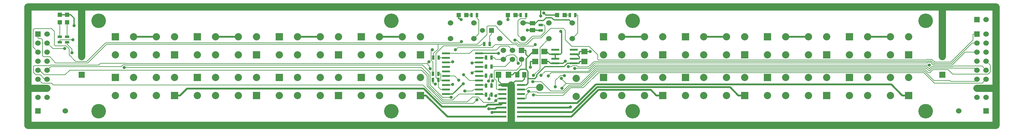
<source format=gtl>
G04 (created by PCBNEW-RS274X (2011-aug-04)-testing) date Mon 22 Aug 2011 04:43:08 PM CEST*
G01*
G70*
G90*
%MOIN*%
G04 Gerber Fmt 3.4, Leading zero omitted, Abs format*
%FSLAX34Y34*%
G04 APERTURE LIST*
%ADD10C,0.010000*%
%ADD11R,0.070000X0.070000*%
%ADD12C,0.070000*%
%ADD13R,0.060000X0.060000*%
%ADD14C,0.060000*%
%ADD15R,0.080000X0.080000*%
%ADD16C,0.080000*%
%ADD17R,0.055000X0.055000*%
%ADD18C,0.055000*%
%ADD19R,0.051100X0.059000*%
%ADD20R,0.059000X0.051100*%
%ADD21R,0.070800X0.062900*%
%ADD22R,0.062900X0.070800*%
%ADD23R,0.086600X0.023600*%
%ADD24C,0.160000*%
%ADD25R,0.045000X0.025000*%
%ADD26R,0.025000X0.045000*%
%ADD27R,0.047200X0.047200*%
%ADD28C,0.035000*%
%ADD29C,0.006000*%
%ADD30C,0.020000*%
%ADD31C,0.012000*%
%ADD32C,0.080000*%
%ADD33C,0.040000*%
G04 APERTURE END LIST*
G54D10*
G54D11*
X129300Y-57700D03*
G54D12*
X129300Y-55700D03*
G54D11*
X34800Y-57700D03*
G54D12*
X34800Y-55700D03*
G54D13*
X30000Y-53200D03*
G54D14*
X31000Y-53200D03*
X30000Y-54200D03*
X31000Y-54200D03*
X30000Y-55200D03*
X31000Y-55200D03*
X30000Y-56200D03*
X31000Y-56200D03*
X30000Y-57200D03*
X31000Y-57200D03*
X30000Y-58200D03*
X31000Y-58200D03*
X30000Y-59200D03*
X31000Y-59200D03*
X30000Y-60200D03*
X31000Y-60200D03*
G54D13*
X133100Y-53200D03*
G54D14*
X134100Y-53200D03*
X133100Y-54200D03*
X134100Y-54200D03*
X133100Y-55200D03*
X134100Y-55200D03*
X133100Y-56200D03*
X134100Y-56200D03*
X133100Y-57200D03*
X134100Y-57200D03*
X133100Y-58200D03*
X134100Y-58200D03*
X133100Y-59200D03*
X134100Y-59200D03*
X133100Y-60200D03*
X134100Y-60200D03*
G54D15*
X56500Y-58000D03*
G54D16*
X56500Y-60000D03*
X58500Y-60000D03*
X58500Y-58000D03*
G54D15*
X56500Y-53500D03*
G54D16*
X56500Y-55500D03*
X58500Y-55500D03*
X58500Y-53500D03*
G54D15*
X38500Y-53500D03*
G54D16*
X38500Y-55500D03*
X40500Y-55500D03*
X40500Y-53500D03*
G54D15*
X38500Y-58000D03*
G54D16*
X38500Y-60000D03*
X40500Y-60000D03*
X40500Y-58000D03*
G54D15*
X45000Y-55500D03*
G54D16*
X45000Y-53500D03*
X43000Y-53500D03*
X43000Y-55500D03*
G54D15*
X45000Y-60000D03*
G54D16*
X45000Y-58000D03*
X43000Y-58000D03*
X43000Y-60000D03*
G54D13*
X83100Y-55000D03*
G54D14*
X83100Y-56000D03*
X82100Y-55000D03*
X82100Y-56000D03*
X81100Y-55000D03*
X81100Y-56000D03*
X86100Y-51975D03*
X88650Y-51975D03*
X86100Y-53725D03*
X88650Y-53725D03*
X80700Y-51975D03*
X83250Y-51975D03*
X80700Y-53725D03*
X83250Y-53725D03*
X75300Y-51975D03*
X77850Y-51975D03*
X75300Y-53725D03*
X77850Y-53725D03*
G54D17*
X79800Y-52800D03*
G54D18*
X78800Y-52800D03*
G54D19*
X82626Y-57700D03*
X83374Y-57700D03*
G54D20*
X84300Y-52774D03*
X84300Y-52026D03*
G54D21*
X90000Y-56251D03*
X90000Y-55149D03*
X85600Y-56251D03*
X85600Y-55149D03*
G54D22*
X81651Y-57700D03*
X80549Y-57700D03*
G54D21*
X84600Y-55149D03*
X84600Y-56251D03*
G54D16*
X89100Y-60100D03*
X85100Y-59100D03*
X89100Y-58100D03*
G54D23*
X80977Y-58850D03*
X80977Y-59350D03*
X80977Y-59850D03*
X80977Y-60350D03*
X80977Y-60850D03*
X80977Y-61350D03*
X80977Y-61850D03*
X80977Y-62350D03*
X83023Y-62350D03*
X83023Y-61850D03*
X83023Y-61350D03*
X83023Y-60850D03*
X83023Y-60350D03*
X83023Y-59850D03*
X83023Y-59350D03*
X83023Y-58850D03*
G54D24*
X36650Y-51750D03*
G54D23*
X88823Y-56450D03*
X88823Y-55950D03*
X88823Y-55450D03*
X88823Y-54950D03*
X86777Y-54950D03*
X86777Y-55450D03*
X86777Y-55950D03*
X86777Y-56450D03*
G54D24*
X127450Y-61750D03*
X127450Y-51750D03*
X95300Y-61750D03*
X95300Y-51750D03*
X68800Y-61750D03*
X68800Y-51750D03*
X36650Y-61750D03*
G54D23*
X74789Y-55350D03*
X74789Y-55850D03*
X74789Y-56350D03*
X74789Y-56850D03*
X74789Y-57350D03*
X74789Y-57850D03*
X74789Y-58350D03*
X74789Y-58850D03*
X74789Y-59350D03*
X74789Y-59850D03*
X78411Y-59850D03*
X78411Y-59350D03*
X78411Y-58850D03*
X78411Y-58350D03*
X78411Y-57850D03*
X78411Y-57350D03*
X78411Y-56850D03*
X78411Y-56350D03*
X78411Y-55850D03*
X78411Y-55350D03*
G54D15*
X47500Y-58000D03*
G54D16*
X47500Y-60000D03*
X49500Y-60000D03*
X49500Y-58000D03*
G54D15*
X47500Y-53500D03*
G54D16*
X47500Y-55500D03*
X49500Y-55500D03*
X49500Y-53500D03*
G54D15*
X54000Y-55500D03*
G54D16*
X54000Y-53500D03*
X52000Y-53500D03*
X52000Y-55500D03*
G54D15*
X54000Y-60000D03*
G54D16*
X54000Y-58000D03*
X52000Y-58000D03*
X52000Y-60000D03*
G54D15*
X63000Y-55500D03*
G54D16*
X63000Y-53500D03*
X61000Y-53500D03*
X61000Y-55500D03*
G54D15*
X63000Y-60000D03*
G54D16*
X63000Y-58000D03*
X61000Y-58000D03*
X61000Y-60000D03*
G54D15*
X65500Y-58000D03*
G54D16*
X65500Y-60000D03*
X67500Y-60000D03*
X67500Y-58000D03*
G54D15*
X65500Y-53500D03*
G54D16*
X65500Y-55500D03*
X67500Y-55500D03*
X67500Y-53500D03*
G54D15*
X72000Y-55500D03*
G54D16*
X72000Y-53500D03*
X70000Y-53500D03*
X70000Y-55500D03*
G54D15*
X72000Y-60000D03*
G54D16*
X72000Y-58000D03*
X70000Y-58000D03*
X70000Y-60000D03*
G54D15*
X92100Y-58000D03*
G54D16*
X92100Y-60000D03*
X94100Y-60000D03*
X94100Y-58000D03*
G54D15*
X92100Y-53500D03*
G54D16*
X92100Y-55500D03*
X94100Y-55500D03*
X94100Y-53500D03*
G54D15*
X98600Y-55500D03*
G54D16*
X98600Y-53500D03*
X96600Y-53500D03*
X96600Y-55500D03*
G54D15*
X98600Y-60000D03*
G54D16*
X98600Y-58000D03*
X96600Y-58000D03*
X96600Y-60000D03*
G54D15*
X101100Y-58000D03*
G54D16*
X101100Y-60000D03*
X103100Y-60000D03*
X103100Y-58000D03*
G54D15*
X101100Y-53500D03*
G54D16*
X101100Y-55500D03*
X103100Y-55500D03*
X103100Y-53500D03*
G54D15*
X107600Y-55500D03*
G54D16*
X107600Y-53500D03*
X105600Y-53500D03*
X105600Y-55500D03*
G54D15*
X107600Y-60000D03*
G54D16*
X107600Y-58000D03*
X105600Y-58000D03*
X105600Y-60000D03*
G54D15*
X110100Y-58000D03*
G54D16*
X110100Y-60000D03*
X112100Y-60000D03*
X112100Y-58000D03*
G54D15*
X110100Y-53500D03*
G54D16*
X110100Y-55500D03*
X112100Y-55500D03*
X112100Y-53500D03*
G54D15*
X116600Y-55500D03*
G54D16*
X116600Y-53500D03*
X114600Y-53500D03*
X114600Y-55500D03*
G54D15*
X116600Y-60000D03*
G54D16*
X116600Y-58000D03*
X114600Y-58000D03*
X114600Y-60000D03*
G54D15*
X119100Y-58000D03*
G54D16*
X119100Y-60000D03*
X121100Y-60000D03*
X121100Y-58000D03*
G54D15*
X119100Y-53500D03*
G54D16*
X119100Y-55500D03*
X121100Y-55500D03*
X121100Y-53500D03*
G54D15*
X125600Y-55500D03*
G54D16*
X125600Y-53500D03*
X123600Y-53500D03*
X123600Y-55500D03*
G54D15*
X125600Y-60000D03*
G54D16*
X125600Y-58000D03*
X123600Y-58000D03*
X123600Y-60000D03*
G54D13*
X134100Y-61700D03*
G54D14*
X131100Y-61700D03*
G54D13*
X30000Y-61700D03*
G54D14*
X33000Y-61700D03*
G54D25*
X85200Y-52800D03*
X85200Y-52200D03*
G54D26*
X73400Y-55800D03*
X74000Y-55800D03*
X73349Y-57601D03*
X73949Y-57601D03*
X73341Y-58278D03*
X73941Y-58278D03*
X79800Y-59900D03*
X79200Y-59900D03*
X79800Y-58900D03*
X79200Y-58900D03*
X79800Y-57800D03*
X79200Y-57800D03*
X79800Y-56800D03*
X79200Y-56800D03*
X79800Y-55800D03*
X79200Y-55800D03*
X79000Y-54300D03*
X79600Y-54300D03*
G54D13*
X133100Y-51600D03*
G54D14*
X134100Y-51600D03*
G54D25*
X32400Y-54100D03*
X32400Y-53500D03*
X33200Y-54100D03*
X33200Y-53500D03*
G54D26*
X78200Y-51100D03*
X77600Y-51100D03*
X83600Y-51100D03*
X83000Y-51100D03*
X89000Y-51100D03*
X88400Y-51100D03*
G54D27*
X32400Y-51913D03*
X32400Y-51087D03*
X33200Y-51913D03*
X33200Y-51087D03*
X76187Y-51100D03*
X77013Y-51100D03*
X81587Y-51100D03*
X82413Y-51100D03*
X86987Y-51100D03*
X87813Y-51100D03*
G54D28*
X86800Y-59054D03*
X87778Y-57806D03*
X82710Y-56443D03*
X80261Y-60053D03*
X76500Y-54040D03*
X88930Y-57026D03*
X78195Y-60484D03*
X83871Y-59550D03*
X79472Y-58419D03*
X80263Y-60593D03*
X87514Y-59217D03*
X87460Y-58131D03*
X88238Y-56828D03*
X79486Y-61479D03*
X79844Y-61893D03*
X88467Y-61288D03*
X84308Y-58473D03*
X86011Y-57845D03*
X75367Y-60218D03*
X79926Y-58395D03*
X82360Y-53882D03*
X84401Y-59948D03*
X73054Y-57063D03*
X72910Y-56283D03*
X76716Y-57720D03*
X33814Y-53842D03*
X73286Y-54950D03*
X84404Y-57796D03*
X85237Y-57781D03*
X127863Y-56637D03*
X32910Y-54810D03*
X73628Y-58740D03*
X75838Y-54954D03*
X84574Y-54388D03*
X79528Y-60384D03*
X39452Y-56913D03*
X33734Y-55281D03*
X87900Y-56200D03*
X76683Y-58700D03*
X33954Y-52293D03*
X90632Y-55149D03*
X84043Y-56867D03*
X85200Y-51200D03*
X87400Y-52900D03*
X75506Y-56288D03*
X76845Y-59504D03*
X77670Y-57504D03*
X77654Y-56420D03*
X75529Y-58773D03*
X76198Y-58305D03*
X80550Y-55350D03*
X76457Y-51622D03*
X81587Y-51623D03*
X83726Y-52774D03*
X85538Y-50884D03*
G54D29*
X82710Y-56443D02*
X82710Y-56310D01*
X86800Y-59054D02*
X86801Y-59054D01*
X86801Y-58355D02*
X86801Y-59054D01*
X87350Y-57806D02*
X86801Y-58355D01*
X87778Y-57806D02*
X87350Y-57806D01*
X82600Y-56200D02*
X82600Y-55798D01*
X82710Y-56310D02*
X82600Y-56200D01*
X81534Y-55566D02*
X81734Y-55566D01*
X81734Y-55566D02*
X81800Y-55500D01*
X81800Y-55500D02*
X82302Y-55500D01*
X82302Y-55500D02*
X82368Y-55566D01*
X82368Y-55566D02*
X82600Y-55798D01*
X81100Y-56000D02*
X81534Y-55566D01*
X80261Y-60000D02*
X80261Y-60053D01*
X80411Y-59850D02*
X80261Y-60000D01*
X80977Y-59850D02*
X80411Y-59850D01*
X79800Y-55800D02*
X80058Y-55800D01*
X80258Y-56000D02*
X81100Y-56000D01*
X80058Y-55800D02*
X80258Y-56000D01*
G54D30*
X43000Y-53500D02*
X40500Y-53500D01*
X52000Y-53500D02*
X49500Y-53500D01*
X61000Y-53500D02*
X58500Y-53500D01*
X70000Y-53500D02*
X67500Y-53500D01*
X96600Y-53500D02*
X94100Y-53500D01*
X105600Y-53500D02*
X103100Y-53500D01*
X114600Y-53500D02*
X112100Y-53500D01*
X123600Y-53500D02*
X121100Y-53500D01*
G54D29*
X31800Y-54110D02*
X31800Y-54400D01*
X29442Y-52758D02*
X29600Y-52600D01*
X29600Y-52600D02*
X31500Y-52600D01*
X31500Y-52600D02*
X31800Y-52900D01*
X31800Y-52900D02*
X31800Y-54110D01*
X76356Y-54184D02*
X76500Y-54040D01*
X37432Y-54184D02*
X76356Y-54184D01*
X35363Y-56253D02*
X37432Y-54184D01*
X34130Y-56253D02*
X35363Y-56253D01*
X33406Y-55529D02*
X34130Y-56253D01*
X33406Y-54871D02*
X33406Y-55529D01*
X29442Y-52758D02*
X29442Y-52900D01*
X33406Y-54856D02*
X33406Y-54871D01*
X33050Y-54500D02*
X33406Y-54856D01*
X31900Y-54500D02*
X33050Y-54500D01*
X31800Y-54400D02*
X31900Y-54500D01*
X131797Y-55200D02*
X133100Y-55200D01*
X130349Y-56648D02*
X131797Y-55200D01*
X128310Y-56648D02*
X130349Y-56648D01*
X127991Y-56329D02*
X128310Y-56648D01*
X127736Y-56329D02*
X127991Y-56329D01*
X127655Y-56410D02*
X127736Y-56329D01*
X91131Y-56410D02*
X127655Y-56410D01*
X90515Y-57026D02*
X91131Y-56410D01*
X88930Y-57026D02*
X90515Y-57026D01*
X29442Y-54642D02*
X29442Y-52900D01*
X30000Y-55200D02*
X29442Y-54642D01*
X29442Y-52900D02*
X29442Y-52894D01*
X80977Y-59350D02*
X80411Y-59350D01*
X83100Y-56629D02*
X83100Y-56000D01*
X82523Y-57206D02*
X83100Y-56629D01*
X80175Y-57206D02*
X82523Y-57206D01*
X80100Y-57281D02*
X80175Y-57206D01*
X80100Y-58132D02*
X80100Y-57281D01*
X80315Y-58347D02*
X80100Y-58132D01*
X80315Y-59254D02*
X80315Y-58347D01*
X80411Y-59350D02*
X80315Y-59254D01*
X30441Y-58641D02*
X31491Y-58641D01*
X30000Y-58200D02*
X30441Y-58641D01*
X72259Y-58841D02*
X74309Y-60891D01*
X74309Y-60891D02*
X77788Y-60891D01*
X77788Y-60891D02*
X78195Y-60484D01*
X31691Y-58841D02*
X72259Y-58841D01*
X31491Y-58641D02*
X31691Y-58841D01*
X132859Y-58441D02*
X133100Y-58200D01*
X130257Y-58441D02*
X132859Y-58441D01*
X130257Y-58442D02*
X130257Y-58441D01*
X130235Y-58464D02*
X130257Y-58442D01*
X130207Y-58464D02*
X130235Y-58464D01*
X130162Y-58419D02*
X130207Y-58464D01*
X130162Y-58372D02*
X130162Y-58419D01*
X130161Y-58372D02*
X130162Y-58372D01*
X130139Y-58350D02*
X130161Y-58372D01*
X130139Y-58349D02*
X130139Y-58350D01*
X128359Y-58349D02*
X130139Y-58349D01*
X127313Y-57303D02*
X128359Y-58349D01*
X91388Y-57303D02*
X127313Y-57303D01*
X89690Y-59001D02*
X91388Y-57303D01*
X88396Y-59001D02*
X89690Y-59001D01*
X87686Y-59711D02*
X88396Y-59001D01*
X84860Y-59711D02*
X87686Y-59711D01*
X84778Y-59629D02*
X84860Y-59711D01*
X83931Y-59629D02*
X84778Y-59629D01*
X83589Y-59971D02*
X83589Y-60350D01*
X83931Y-59629D02*
X83589Y-59971D01*
X83931Y-59610D02*
X83931Y-59629D01*
X83871Y-59550D02*
X83931Y-59610D01*
X83023Y-60350D02*
X83589Y-60350D01*
X79542Y-58349D02*
X79472Y-58419D01*
X79542Y-57800D02*
X79542Y-58349D01*
X79800Y-57800D02*
X79542Y-57800D01*
X30000Y-57200D02*
X30150Y-57200D01*
X30150Y-57200D02*
X30650Y-57700D01*
X72608Y-57708D02*
X72150Y-57250D01*
X72150Y-57250D02*
X72083Y-57250D01*
X72083Y-57250D02*
X72057Y-57224D01*
X72716Y-58984D02*
X72716Y-57816D01*
X80069Y-60787D02*
X80263Y-60593D01*
X80069Y-60787D02*
X78934Y-60787D01*
X78934Y-60787D02*
X78323Y-60176D01*
X78323Y-60176D02*
X77686Y-60176D01*
X77686Y-60176D02*
X77135Y-60727D01*
X77135Y-60727D02*
X74459Y-60727D01*
X74459Y-60727D02*
X72716Y-58984D01*
X72057Y-57224D02*
X39328Y-57224D01*
X39328Y-57224D02*
X39319Y-57215D01*
X39319Y-57215D02*
X33490Y-57215D01*
X33490Y-57215D02*
X32941Y-57700D01*
X32941Y-57700D02*
X30650Y-57700D01*
X72716Y-57816D02*
X72608Y-57708D01*
X132874Y-56974D02*
X133100Y-57200D01*
X128194Y-56974D02*
X132874Y-56974D01*
X127873Y-57295D02*
X128194Y-56974D01*
X127851Y-57295D02*
X127873Y-57295D01*
X127532Y-56976D02*
X127851Y-57295D01*
X91255Y-56976D02*
X127532Y-56976D01*
X89565Y-58666D02*
X91255Y-56976D01*
X87983Y-58666D02*
X89565Y-58666D01*
X87460Y-58143D02*
X87460Y-58131D01*
X87983Y-58666D02*
X87460Y-58143D01*
X87514Y-59135D02*
X87514Y-59217D01*
X87983Y-58666D02*
X87514Y-59135D01*
X80411Y-60445D02*
X80263Y-60593D01*
X80411Y-60350D02*
X80411Y-60445D01*
X80977Y-60350D02*
X80411Y-60350D01*
X90594Y-56717D02*
X90533Y-56717D01*
X90594Y-56717D02*
X91064Y-56247D01*
X91064Y-56247D02*
X127588Y-56247D01*
X127588Y-56247D02*
X127669Y-56166D01*
X127669Y-56166D02*
X128058Y-56166D01*
X128058Y-56166D02*
X128377Y-56485D01*
X128377Y-56485D02*
X130282Y-56485D01*
X130282Y-56485D02*
X132567Y-54200D01*
X132567Y-54200D02*
X133100Y-54200D01*
X88572Y-56828D02*
X88238Y-56828D01*
X88700Y-56700D02*
X88572Y-56828D01*
X89150Y-56700D02*
X88700Y-56700D01*
X89300Y-56850D02*
X89150Y-56700D01*
X90400Y-56850D02*
X89300Y-56850D01*
X90533Y-56717D02*
X90400Y-56850D01*
X81300Y-56800D02*
X80058Y-56800D01*
X82100Y-56000D02*
X81300Y-56800D01*
X79800Y-56800D02*
X80058Y-56800D01*
G54D30*
X80807Y-61020D02*
X80977Y-60850D01*
X79399Y-61020D02*
X80807Y-61020D01*
X79165Y-61254D02*
X79399Y-61020D01*
X74341Y-61254D02*
X79165Y-61254D01*
X72339Y-59252D02*
X74341Y-61254D01*
X46351Y-59252D02*
X72339Y-59252D01*
X45603Y-60000D02*
X46351Y-59252D01*
X45000Y-60000D02*
X45603Y-60000D01*
X80212Y-61479D02*
X79486Y-61479D01*
X80341Y-61350D02*
X80212Y-61479D01*
X80977Y-61350D02*
X80341Y-61350D01*
X79887Y-61850D02*
X79844Y-61893D01*
X80977Y-61850D02*
X79887Y-61850D01*
X72000Y-60000D02*
X72603Y-60000D01*
X74953Y-62350D02*
X72603Y-60000D01*
X80977Y-62350D02*
X74953Y-62350D01*
X97294Y-59397D02*
X97897Y-60000D01*
X91512Y-59397D02*
X97294Y-59397D01*
X88559Y-62350D02*
X91512Y-59397D01*
X83659Y-62350D02*
X88559Y-62350D01*
X98600Y-60000D02*
X97897Y-60000D01*
X83023Y-62350D02*
X83659Y-62350D01*
X105991Y-59094D02*
X106897Y-60000D01*
X91387Y-59094D02*
X105991Y-59094D01*
X88631Y-61850D02*
X91387Y-59094D01*
X83659Y-61850D02*
X88631Y-61850D01*
X107600Y-60000D02*
X106897Y-60000D01*
X83023Y-61850D02*
X83659Y-61850D01*
X88405Y-61350D02*
X88467Y-61288D01*
X83023Y-61350D02*
X88405Y-61350D01*
X123688Y-58791D02*
X124897Y-60000D01*
X91262Y-58791D02*
X123688Y-58791D01*
X89203Y-60850D02*
X91262Y-58791D01*
X83659Y-60850D02*
X89203Y-60850D01*
X125600Y-60000D02*
X124897Y-60000D01*
X83023Y-60850D02*
X83659Y-60850D01*
G54D29*
X85243Y-58473D02*
X84308Y-58473D01*
X86295Y-59525D02*
X85243Y-58473D01*
X87642Y-59525D02*
X86295Y-59525D01*
X88329Y-58838D02*
X87642Y-59525D01*
X89623Y-58838D02*
X88329Y-58838D01*
X91322Y-57139D02*
X89623Y-58838D01*
X127380Y-57139D02*
X91322Y-57139D01*
X127710Y-57469D02*
X127380Y-57139D01*
X127929Y-57469D02*
X127710Y-57469D01*
X128261Y-57137D02*
X127929Y-57469D01*
X129924Y-57137D02*
X128261Y-57137D01*
X130422Y-57635D02*
X129924Y-57137D01*
X134333Y-57635D02*
X130422Y-57635D01*
X134546Y-57422D02*
X134333Y-57635D01*
X134546Y-56646D02*
X134546Y-57422D01*
X134100Y-56200D02*
X134546Y-56646D01*
X133639Y-56739D02*
X134100Y-57200D01*
X130488Y-56739D02*
X133639Y-56739D01*
X130416Y-56811D02*
X130488Y-56739D01*
X128127Y-56811D02*
X130416Y-56811D01*
X127874Y-57064D02*
X128127Y-56811D01*
X127852Y-57064D02*
X127874Y-57064D01*
X127601Y-56813D02*
X127852Y-57064D01*
X91188Y-56813D02*
X127601Y-56813D01*
X90504Y-57497D02*
X91188Y-56813D01*
X86359Y-57497D02*
X90504Y-57497D01*
X86011Y-57845D02*
X86359Y-57497D01*
X31398Y-56802D02*
X31000Y-57200D01*
X39128Y-56802D02*
X31398Y-56802D01*
X39325Y-56605D02*
X39128Y-56802D01*
X39580Y-56605D02*
X39325Y-56605D01*
X39631Y-56656D02*
X39580Y-56605D01*
X72210Y-56656D02*
X39631Y-56656D01*
X73047Y-57493D02*
X72210Y-56656D01*
X73047Y-58846D02*
X73047Y-57493D01*
X74419Y-60218D02*
X73047Y-58846D01*
X75367Y-60218D02*
X74419Y-60218D01*
X79800Y-58521D02*
X79926Y-58395D01*
X79800Y-58900D02*
X79800Y-58521D01*
X85200Y-52200D02*
X85542Y-52200D01*
X85646Y-52996D02*
X85646Y-52304D01*
X85646Y-52304D02*
X85542Y-52200D01*
X82543Y-53882D02*
X82360Y-53882D01*
X82885Y-54224D02*
X82543Y-53882D01*
X83520Y-54224D02*
X82885Y-54224D01*
X84280Y-53464D02*
X83520Y-54224D01*
X85178Y-53464D02*
X84280Y-53464D01*
X85558Y-53084D02*
X85178Y-53464D01*
X85558Y-53084D02*
X85646Y-52996D01*
X77395Y-55350D02*
X75355Y-55350D01*
X77761Y-54984D02*
X77395Y-55350D01*
X80323Y-54984D02*
X77761Y-54984D01*
X80755Y-54552D02*
X80323Y-54984D01*
X81652Y-54552D02*
X80755Y-54552D01*
X82100Y-55000D02*
X81652Y-54552D01*
X74789Y-55350D02*
X75355Y-55350D01*
X88632Y-54569D02*
X90496Y-54569D01*
X86286Y-52586D02*
X87686Y-52586D01*
X87900Y-52800D02*
X87900Y-53837D01*
X87686Y-52586D02*
X87900Y-52800D01*
X79285Y-53284D02*
X79285Y-52365D01*
X80463Y-52513D02*
X80463Y-52588D01*
X132667Y-53870D02*
X132667Y-53200D01*
X132667Y-53200D02*
X133100Y-53200D01*
X87900Y-53837D02*
X88632Y-54569D01*
X90621Y-54694D02*
X91457Y-55530D01*
X91457Y-55530D02*
X91457Y-56017D01*
X91457Y-56017D02*
X91524Y-56084D01*
X91524Y-56084D02*
X127521Y-56084D01*
X127521Y-56084D02*
X127602Y-56003D01*
X127602Y-56003D02*
X128125Y-56003D01*
X128125Y-56003D02*
X128444Y-56322D01*
X128444Y-56322D02*
X130215Y-56322D01*
X130215Y-56322D02*
X132667Y-53870D01*
X84395Y-53662D02*
X85210Y-53662D01*
X83670Y-54387D02*
X84395Y-53662D01*
X82737Y-54387D02*
X83670Y-54387D01*
X82574Y-54224D02*
X82737Y-54387D01*
X82099Y-54224D02*
X82574Y-54224D01*
X80463Y-52588D02*
X82099Y-54224D01*
X80250Y-52300D02*
X80463Y-52513D01*
X79350Y-52300D02*
X80250Y-52300D01*
X79285Y-52365D02*
X79350Y-52300D01*
X85210Y-53662D02*
X86286Y-52586D01*
X90496Y-54569D02*
X90621Y-54694D01*
X30066Y-53716D02*
X30366Y-53716D01*
X30000Y-53650D02*
X30066Y-53716D01*
X30600Y-55700D02*
X30500Y-55600D01*
X30000Y-53200D02*
X30000Y-53633D01*
X30600Y-55700D02*
X31300Y-55700D01*
X31300Y-55700D02*
X31918Y-56416D01*
X31918Y-56416D02*
X35444Y-56416D01*
X35444Y-56416D02*
X37512Y-54348D01*
X37512Y-54348D02*
X73907Y-54348D01*
X30000Y-53633D02*
X30000Y-53650D01*
X30500Y-53850D02*
X30500Y-55600D01*
X30366Y-53716D02*
X30500Y-53850D01*
X78221Y-54348D02*
X79285Y-53284D01*
X73907Y-54348D02*
X78221Y-54348D01*
X79285Y-53284D02*
X79285Y-53284D01*
X73400Y-55373D02*
X73400Y-55800D01*
X73907Y-54866D02*
X73400Y-55373D01*
X73907Y-54348D02*
X73907Y-54866D01*
X29483Y-57433D02*
X29483Y-56767D01*
X72706Y-56487D02*
X72705Y-56487D01*
X72705Y-56487D02*
X39692Y-56487D01*
X39692Y-56487D02*
X39647Y-56442D01*
X39647Y-56442D02*
X36867Y-56442D01*
X36867Y-56442D02*
X36670Y-56639D01*
X36670Y-56639D02*
X31450Y-56639D01*
X29483Y-57433D02*
X29750Y-57700D01*
X29750Y-57700D02*
X30250Y-57700D01*
X30250Y-57700D02*
X30731Y-58200D01*
X30731Y-58200D02*
X31000Y-58200D01*
X31311Y-56639D02*
X31450Y-56639D01*
X31240Y-56710D02*
X31311Y-56639D01*
X29540Y-56710D02*
X31240Y-56710D01*
X29483Y-56767D02*
X29540Y-56710D01*
X84661Y-59948D02*
X84401Y-59948D01*
X84736Y-60023D02*
X84661Y-59948D01*
X72952Y-56961D02*
X73054Y-57063D01*
X72952Y-56734D02*
X72952Y-56961D01*
X72706Y-56487D02*
X72952Y-56734D01*
X72706Y-56487D02*
X72910Y-56283D01*
X87637Y-60023D02*
X84736Y-60023D01*
X88496Y-59164D02*
X87637Y-60023D01*
X89849Y-59164D02*
X88496Y-59164D01*
X91546Y-57467D02*
X89849Y-59164D01*
X127240Y-57467D02*
X91546Y-57467D01*
X128406Y-58633D02*
X127240Y-57467D01*
X133667Y-58633D02*
X128406Y-58633D01*
X134100Y-58200D02*
X133667Y-58633D01*
X77346Y-58350D02*
X78411Y-58350D01*
X76716Y-57720D02*
X77346Y-58350D01*
X32400Y-53842D02*
X33814Y-53842D01*
X32400Y-54100D02*
X32400Y-53842D01*
X73140Y-55096D02*
X73286Y-54950D01*
X73140Y-56078D02*
X73140Y-55096D01*
X73362Y-56300D02*
X73140Y-56078D01*
X73362Y-57230D02*
X73362Y-56300D01*
X73349Y-57243D02*
X73362Y-57230D01*
X73349Y-57601D02*
X73349Y-57243D01*
X85113Y-57087D02*
X84404Y-57796D01*
X85113Y-54712D02*
X85113Y-57087D01*
X86100Y-53725D02*
X85113Y-54712D01*
X85237Y-57781D02*
X85684Y-57334D01*
X85684Y-57334D02*
X90437Y-57334D01*
X90437Y-57334D02*
X91134Y-56637D01*
X91134Y-56637D02*
X127863Y-56637D01*
X31610Y-54810D02*
X32910Y-54810D01*
X31000Y-54200D02*
X31610Y-54810D01*
X73341Y-58278D02*
X73341Y-58636D01*
X73524Y-58636D02*
X73628Y-58740D01*
X73341Y-58636D02*
X73524Y-58636D01*
X79000Y-54300D02*
X78742Y-54300D01*
X73690Y-58027D02*
X73941Y-58278D01*
X73690Y-55345D02*
X73690Y-58027D01*
X74523Y-54512D02*
X73690Y-55345D01*
X78530Y-54512D02*
X74523Y-54512D01*
X78742Y-54300D02*
X78530Y-54512D01*
X74789Y-59350D02*
X74223Y-59350D01*
X73941Y-59068D02*
X73941Y-58278D01*
X74223Y-59350D02*
X73941Y-59068D01*
X84412Y-54550D02*
X84574Y-54388D01*
X82670Y-54550D02*
X84412Y-54550D01*
X82508Y-54388D02*
X82670Y-54550D01*
X80181Y-54388D02*
X82508Y-54388D01*
X79864Y-54705D02*
X80181Y-54388D01*
X76087Y-54705D02*
X79864Y-54705D01*
X75838Y-54954D02*
X76087Y-54705D01*
X79542Y-60370D02*
X79528Y-60384D01*
X79542Y-59900D02*
X79542Y-60370D01*
X79800Y-59900D02*
X79542Y-59900D01*
X72900Y-58936D02*
X72898Y-58936D01*
X72090Y-56913D02*
X39452Y-56913D01*
X72705Y-57528D02*
X72090Y-56913D01*
X74495Y-60531D02*
X72900Y-58936D01*
X75533Y-60531D02*
X74495Y-60531D01*
X76214Y-59850D02*
X75533Y-60531D01*
X78411Y-59850D02*
X76214Y-59850D01*
X72885Y-57708D02*
X72705Y-57528D01*
X72885Y-58923D02*
X72885Y-57708D01*
X72898Y-58936D02*
X72885Y-58923D01*
X33200Y-54358D02*
X33734Y-54892D01*
X33734Y-54892D02*
X33734Y-55281D01*
X33200Y-54100D02*
X33200Y-54358D01*
X78461Y-59900D02*
X78411Y-59850D01*
X79200Y-59900D02*
X78942Y-59900D01*
X78942Y-59900D02*
X78461Y-59900D01*
G54D31*
X86250Y-56450D02*
X86777Y-56450D01*
X86051Y-56251D02*
X86250Y-56450D01*
X85600Y-56251D02*
X86051Y-56251D01*
X87650Y-56450D02*
X87900Y-56200D01*
X86777Y-56450D02*
X87650Y-56450D01*
X84300Y-52026D02*
X84624Y-52026D01*
X88325Y-51650D02*
X88650Y-51975D01*
X85473Y-51727D02*
X85800Y-51400D01*
X85800Y-51400D02*
X86400Y-51400D01*
X86400Y-51400D02*
X86650Y-51650D01*
X86650Y-51650D02*
X88325Y-51650D01*
X84923Y-51727D02*
X85473Y-51727D01*
X84624Y-52026D02*
X84923Y-51727D01*
X75533Y-59850D02*
X74789Y-59850D01*
X76683Y-58700D02*
X75533Y-59850D01*
X33954Y-51442D02*
X33954Y-52293D01*
X33599Y-51087D02*
X33954Y-51442D01*
X33200Y-51087D02*
X33599Y-51087D01*
X32400Y-51087D02*
X33200Y-51087D01*
X84043Y-56291D02*
X84043Y-56867D01*
X84083Y-56251D02*
X84043Y-56291D01*
X84300Y-52026D02*
X83842Y-52026D01*
X83791Y-51975D02*
X83842Y-52026D01*
X83250Y-51975D02*
X83791Y-51975D01*
X90517Y-55149D02*
X90632Y-55149D01*
X90000Y-55149D02*
X90517Y-55149D01*
X88823Y-55950D02*
X89419Y-55950D01*
X89419Y-55703D02*
X89419Y-55950D01*
X89166Y-55450D02*
X89419Y-55703D01*
X89098Y-55450D02*
X89166Y-55450D01*
X89098Y-55450D02*
X89419Y-55450D01*
X88823Y-55450D02*
X89098Y-55450D01*
X84600Y-56251D02*
X84083Y-56251D01*
X90000Y-55149D02*
X89483Y-55149D01*
X89419Y-55213D02*
X89419Y-55450D01*
X89483Y-55149D02*
X89419Y-55213D01*
G54D32*
X134100Y-59200D02*
X135200Y-59200D01*
X133100Y-59200D02*
X134100Y-59200D01*
X30000Y-59200D02*
X31000Y-59200D01*
X28900Y-59200D02*
X30000Y-59200D01*
X81950Y-63300D02*
X82000Y-63300D01*
X81950Y-58850D02*
X81950Y-63300D01*
X129200Y-50300D02*
X129300Y-50200D01*
X129200Y-50200D02*
X129200Y-50300D01*
X85200Y-50200D02*
X129200Y-50200D01*
X34800Y-50200D02*
X85200Y-50200D01*
X81950Y-63300D02*
X82000Y-63300D01*
X28900Y-63300D02*
X81950Y-63300D01*
X28900Y-59200D02*
X28900Y-63300D01*
G54D33*
X80977Y-58850D02*
X81950Y-58850D01*
G54D31*
X80549Y-58422D02*
X80977Y-58850D01*
X80549Y-57700D02*
X80549Y-58422D01*
X83374Y-58226D02*
X83374Y-57700D01*
X83200Y-58400D02*
X83374Y-58226D01*
X82400Y-58400D02*
X83200Y-58400D01*
X81950Y-58850D02*
X82400Y-58400D01*
X86150Y-55450D02*
X86777Y-55450D01*
X85849Y-55149D02*
X86150Y-55450D01*
X85600Y-55149D02*
X85849Y-55149D01*
X86777Y-55450D02*
X86777Y-55950D01*
G54D32*
X129300Y-55700D02*
X129300Y-50200D01*
X34800Y-55700D02*
X34800Y-50200D01*
X28900Y-50200D02*
X28900Y-59200D01*
X34800Y-50200D02*
X28900Y-50200D01*
X135200Y-50200D02*
X135200Y-59200D01*
X129300Y-50200D02*
X135200Y-50200D01*
X135200Y-63300D02*
X82000Y-63300D01*
X135200Y-59200D02*
X135200Y-63300D01*
G54D31*
X85200Y-51200D02*
X85200Y-50200D01*
X87500Y-53000D02*
X87400Y-52900D01*
X87500Y-55300D02*
X87500Y-53000D01*
X87350Y-55450D02*
X87500Y-55300D01*
X86777Y-55450D02*
X87350Y-55450D01*
G54D29*
X79800Y-52800D02*
X79800Y-53208D01*
X79600Y-53408D02*
X79600Y-54300D01*
X79800Y-53208D02*
X79600Y-53408D01*
X78200Y-51100D02*
X78200Y-51458D01*
X78391Y-53184D02*
X77850Y-53725D01*
X78391Y-51649D02*
X78391Y-53184D01*
X78200Y-51458D02*
X78391Y-51649D01*
X89000Y-51100D02*
X89258Y-51100D01*
X89258Y-53117D02*
X89258Y-51100D01*
X88650Y-53725D02*
X89258Y-53117D01*
X83250Y-53725D02*
X83075Y-53725D01*
X83600Y-51450D02*
X83600Y-51100D01*
X83550Y-51500D02*
X83600Y-51450D01*
X82950Y-51500D02*
X83550Y-51500D01*
X82700Y-51750D02*
X82950Y-51500D01*
X82700Y-53350D02*
X82700Y-51750D01*
X83075Y-53725D02*
X82700Y-53350D01*
X74789Y-56350D02*
X75355Y-56350D01*
X75417Y-56288D02*
X75355Y-56350D01*
X75506Y-56288D02*
X75417Y-56288D01*
X74789Y-58350D02*
X74223Y-58350D01*
X73949Y-57601D02*
X74207Y-57601D01*
X74207Y-58334D02*
X74223Y-58350D01*
X74207Y-57601D02*
X74207Y-58334D01*
X76845Y-59503D02*
X76845Y-59504D01*
X77692Y-59503D02*
X76845Y-59503D01*
X77845Y-59350D02*
X77692Y-59503D01*
X78411Y-59350D02*
X77845Y-59350D01*
X77691Y-57504D02*
X77670Y-57504D01*
X77845Y-57350D02*
X77691Y-57504D01*
X78411Y-57350D02*
X77845Y-57350D01*
X78411Y-56350D02*
X77845Y-56350D01*
X77775Y-56420D02*
X77845Y-56350D01*
X77654Y-56420D02*
X77775Y-56420D01*
X83839Y-59100D02*
X83589Y-59350D01*
X85100Y-59100D02*
X83839Y-59100D01*
X83023Y-59350D02*
X83589Y-59350D01*
X87813Y-51100D02*
X88400Y-51100D01*
X77013Y-51100D02*
X77600Y-51100D01*
X74789Y-55850D02*
X74223Y-55850D01*
X74173Y-55800D02*
X74223Y-55850D01*
X74000Y-55800D02*
X74173Y-55800D01*
X75432Y-58773D02*
X75529Y-58773D01*
X75355Y-58850D02*
X75432Y-58773D01*
X74789Y-58850D02*
X75355Y-58850D01*
X75743Y-57850D02*
X74789Y-57850D01*
X76198Y-58305D02*
X75743Y-57850D01*
X78411Y-55850D02*
X78977Y-55850D01*
X79027Y-55800D02*
X78977Y-55850D01*
X79200Y-55800D02*
X79027Y-55800D01*
X78411Y-56850D02*
X78977Y-56850D01*
X79027Y-56800D02*
X78977Y-56850D01*
X79200Y-56800D02*
X79027Y-56800D01*
X78411Y-57850D02*
X78977Y-57850D01*
X79027Y-57800D02*
X78977Y-57850D01*
X79200Y-57800D02*
X79027Y-57800D01*
X78411Y-58850D02*
X78977Y-58850D01*
X79027Y-58900D02*
X78977Y-58850D01*
X79200Y-58900D02*
X79027Y-58900D01*
X82413Y-51100D02*
X83000Y-51100D01*
X33200Y-51913D02*
X33200Y-53500D01*
X32400Y-51913D02*
X32400Y-53500D01*
G54D31*
X85200Y-52800D02*
X84812Y-52800D01*
X84786Y-52774D02*
X84812Y-52800D01*
X84300Y-52774D02*
X84786Y-52774D01*
X83726Y-52774D02*
X84300Y-52774D01*
X80550Y-55350D02*
X78411Y-55350D01*
X76187Y-51100D02*
X76187Y-51499D01*
X76334Y-51499D02*
X76187Y-51499D01*
X76457Y-51622D02*
X76334Y-51499D01*
X83100Y-55000D02*
X83563Y-55000D01*
X83583Y-55932D02*
X83583Y-57116D01*
X83808Y-55707D02*
X83583Y-55932D01*
X84366Y-55149D02*
X83808Y-55707D01*
X83563Y-55463D02*
X83808Y-55707D01*
X83563Y-55000D02*
X83563Y-55463D01*
X81587Y-51623D02*
X81587Y-51100D01*
X88823Y-56450D02*
X89419Y-56450D01*
X90000Y-56251D02*
X89483Y-56251D01*
X89419Y-56315D02*
X89483Y-56251D01*
X89419Y-56450D02*
X89419Y-56315D01*
X83023Y-58850D02*
X83619Y-58850D01*
X83001Y-57116D02*
X82626Y-57491D01*
X83583Y-57116D02*
X83001Y-57116D01*
X82337Y-57491D02*
X82128Y-57700D01*
X82626Y-57491D02*
X82337Y-57491D01*
X84600Y-55149D02*
X84366Y-55149D01*
X81651Y-57700D02*
X82128Y-57700D01*
X82626Y-57700D02*
X82626Y-57491D01*
X86987Y-51100D02*
X86588Y-51100D01*
X88137Y-56450D02*
X88823Y-56450D01*
X87771Y-56816D02*
X88137Y-56450D01*
X85663Y-56816D02*
X87771Y-56816D01*
X84772Y-57707D02*
X85663Y-56816D01*
X84772Y-57907D02*
X84772Y-57707D01*
X84545Y-58134D02*
X84772Y-57907D01*
X83805Y-58134D02*
X84545Y-58134D01*
X83805Y-57338D02*
X83805Y-58134D01*
X83583Y-57116D02*
X83805Y-57338D01*
X83805Y-58664D02*
X83619Y-58850D01*
X83805Y-58134D02*
X83805Y-58664D01*
X85754Y-51100D02*
X85538Y-50884D01*
X86588Y-51100D02*
X85754Y-51100D01*
M02*

</source>
